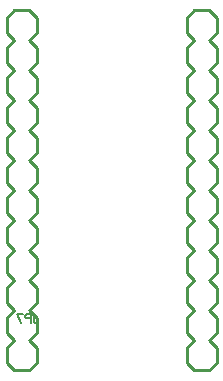
<source format=gbo>
G04 Layer: BottomSilkLayer*
G04 EasyEDA v6.4.20.6, 2021-07-27T21:22:35+10:00*
G04 5f3de9c6558747c6be1615df3866fddb,ebe80986956c49fa8a04bea1b3a7cd6c,10*
G04 Gerber Generator version 0.2*
G04 Scale: 100 percent, Rotated: No, Reflected: No *
G04 Dimensions in millimeters *
G04 leading zeros omitted , absolute positions ,4 integer and 5 decimal *
%FSLAX45Y45*%
%MOMM*%

%ADD11C,0.2540*%
%ADD20C,0.1524*%

%LPD*%
D20*
X-9857752Y-2912363D02*
G01*
X-9857752Y-2967989D01*
X-9854450Y-2978150D01*
X-9850894Y-2981705D01*
X-9844036Y-2985262D01*
X-9837178Y-2985262D01*
X-9830066Y-2981705D01*
X-9826764Y-2978150D01*
X-9823208Y-2967989D01*
X-9823208Y-2960878D01*
X-9880612Y-2912363D02*
G01*
X-9880612Y-2985262D01*
X-9880612Y-2912363D02*
G01*
X-9911854Y-2912363D01*
X-9922268Y-2915920D01*
X-9925824Y-2919476D01*
X-9929126Y-2926334D01*
X-9929126Y-2936747D01*
X-9925824Y-2943605D01*
X-9922268Y-2947162D01*
X-9911854Y-2950463D01*
X-9880612Y-2950463D01*
X-10000500Y-2912363D02*
G01*
X-9965956Y-2985262D01*
X-9951986Y-2912363D02*
G01*
X-10000500Y-2912363D01*
D11*
X-10084828Y-2819400D02*
G01*
X-10021328Y-2882900D01*
X-10084828Y-2946400D01*
X-10084828Y-3073400D01*
X-10021328Y-3136900D01*
X-10084828Y-3200400D01*
X-10084828Y-3327400D01*
X-10021328Y-3390900D01*
X-9894328Y-3390900D01*
X-9830828Y-3327400D01*
X-9830828Y-3200400D01*
X-9894328Y-3136900D01*
X-9830828Y-3073400D01*
X-9830828Y-2946400D01*
X-9894328Y-2882900D01*
X-9830828Y-2819400D01*
X-9830828Y-2692400D01*
X-9894328Y-2628900D01*
X-9830828Y-2565400D01*
X-9830828Y-2438400D01*
X-9894328Y-2374900D01*
X-9830828Y-2311400D01*
X-9830828Y-2184400D01*
X-9894328Y-2120900D01*
X-9830828Y-2057400D01*
X-9830828Y-1930400D01*
X-9894328Y-1866900D01*
X-9830828Y-1803400D01*
X-9830828Y-1676400D01*
X-9894328Y-1612900D01*
X-9830828Y-1549400D01*
X-9830828Y-1422400D01*
X-9894328Y-1358900D01*
X-9830828Y-1295400D01*
X-9830828Y-1168400D01*
X-9894328Y-1104900D01*
X-9830828Y-1041400D01*
X-9830828Y-914400D01*
X-9894328Y-850900D01*
X-9830828Y-787400D01*
X-9830828Y-660400D01*
X-9894328Y-596900D01*
X-9830828Y-533400D01*
X-9830828Y-406400D01*
X-9894328Y-342900D01*
X-10021328Y-342900D01*
X-10084828Y-406400D01*
X-10084828Y-533400D01*
X-10021328Y-596900D01*
X-10084828Y-660400D01*
X-10084828Y-787400D01*
X-10021328Y-850900D01*
X-10084828Y-914400D01*
X-10084828Y-1041400D01*
X-10021328Y-1104900D01*
X-10084828Y-1168400D01*
X-10084828Y-1295400D01*
X-10021328Y-1358900D01*
X-10084828Y-1422400D01*
X-10084828Y-1549400D01*
X-10021328Y-1612900D01*
X-10084828Y-1676400D01*
X-10084828Y-1803400D01*
X-10021328Y-1866900D01*
X-10084828Y-1930400D01*
X-10084828Y-2057400D01*
X-10021328Y-2120900D01*
X-10084828Y-2184400D01*
X-10084828Y-2311400D01*
X-10021328Y-2374900D01*
X-10084828Y-2438400D01*
X-10084828Y-2565400D01*
X-10021328Y-2628900D01*
X-10084828Y-2692400D01*
X-10084828Y-2819400D01*
X-8306828Y-914400D02*
G01*
X-8370328Y-850900D01*
X-8306828Y-787400D01*
X-8306828Y-660400D01*
X-8370328Y-596900D01*
X-8306828Y-533400D01*
X-8306828Y-406400D01*
X-8370328Y-342900D01*
X-8497328Y-342900D01*
X-8560828Y-406400D01*
X-8560828Y-533400D01*
X-8497328Y-596900D01*
X-8560828Y-660400D01*
X-8560828Y-787400D01*
X-8497328Y-850900D01*
X-8560828Y-914400D01*
X-8560828Y-1041400D01*
X-8497328Y-1104900D01*
X-8560828Y-1168400D01*
X-8560828Y-1295400D01*
X-8497328Y-1358900D01*
X-8560828Y-1422400D01*
X-8560828Y-1549400D01*
X-8497328Y-1612900D01*
X-8560828Y-1676400D01*
X-8560828Y-1803400D01*
X-8497328Y-1866900D01*
X-8560828Y-1930400D01*
X-8560828Y-2057400D01*
X-8497328Y-2120900D01*
X-8560828Y-2184400D01*
X-8560828Y-2311400D01*
X-8497328Y-2374900D01*
X-8560828Y-2438400D01*
X-8560828Y-2565400D01*
X-8497328Y-2628900D01*
X-8560828Y-2692400D01*
X-8560828Y-2819400D01*
X-8497328Y-2882900D01*
X-8560828Y-2946400D01*
X-8560828Y-3073400D01*
X-8497328Y-3136900D01*
X-8560828Y-3200400D01*
X-8560828Y-3327400D01*
X-8497328Y-3390900D01*
X-8370328Y-3390900D01*
X-8306828Y-3327400D01*
X-8306828Y-3200400D01*
X-8370328Y-3136900D01*
X-8306828Y-3073400D01*
X-8306828Y-2946400D01*
X-8370328Y-2882900D01*
X-8306828Y-2819400D01*
X-8306828Y-2692400D01*
X-8370328Y-2628900D01*
X-8306828Y-2565400D01*
X-8306828Y-2438400D01*
X-8370328Y-2374900D01*
X-8306828Y-2311400D01*
X-8306828Y-2184400D01*
X-8370328Y-2120900D01*
X-8306828Y-2057400D01*
X-8306828Y-1930400D01*
X-8370328Y-1866900D01*
X-8306828Y-1803400D01*
X-8306828Y-1676400D01*
X-8370328Y-1612900D01*
X-8306828Y-1549400D01*
X-8306828Y-1422400D01*
X-8370328Y-1358900D01*
X-8306828Y-1295400D01*
X-8306828Y-1168400D01*
X-8370328Y-1104900D01*
X-8306828Y-1041400D01*
X-8306828Y-914400D01*
M02*

</source>
